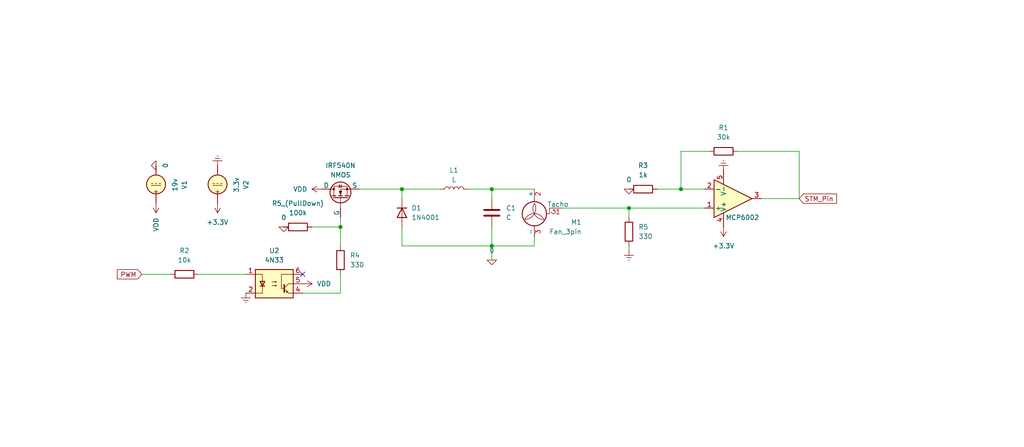
<source format=kicad_sch>
(kicad_sch (version 20230121) (generator eeschema)

  (uuid e28b1167-c93d-4753-a7ad-fdda607b3edf)

  (paper "User" 275.006 119.99)

  (lib_symbols
    (symbol "Device:C" (pin_numbers hide) (pin_names (offset 0.254)) (in_bom yes) (on_board yes)
      (property "Reference" "C" (at 0.635 2.54 0)
        (effects (font (size 1.27 1.27)) (justify left))
      )
      (property "Value" "C" (at 0.635 -2.54 0)
        (effects (font (size 1.27 1.27)) (justify left))
      )
      (property "Footprint" "" (at 0.9652 -3.81 0)
        (effects (font (size 1.27 1.27)) hide)
      )
      (property "Datasheet" "~" (at 0 0 0)
        (effects (font (size 1.27 1.27)) hide)
      )
      (property "ki_keywords" "cap capacitor" (at 0 0 0)
        (effects (font (size 1.27 1.27)) hide)
      )
      (property "ki_description" "Unpolarized capacitor" (at 0 0 0)
        (effects (font (size 1.27 1.27)) hide)
      )
      (property "ki_fp_filters" "C_*" (at 0 0 0)
        (effects (font (size 1.27 1.27)) hide)
      )
      (symbol "C_0_1"
        (polyline
          (pts
            (xy -2.032 -0.762)
            (xy 2.032 -0.762)
          )
          (stroke (width 0.508) (type default))
          (fill (type none))
        )
        (polyline
          (pts
            (xy -2.032 0.762)
            (xy 2.032 0.762)
          )
          (stroke (width 0.508) (type default))
          (fill (type none))
        )
      )
      (symbol "C_1_1"
        (pin passive line (at 0 3.81 270) (length 2.794)
          (name "~" (effects (font (size 1.27 1.27))))
          (number "1" (effects (font (size 1.27 1.27))))
        )
        (pin passive line (at 0 -3.81 90) (length 2.794)
          (name "~" (effects (font (size 1.27 1.27))))
          (number "2" (effects (font (size 1.27 1.27))))
        )
      )
    )
    (symbol "Device:L" (pin_numbers hide) (pin_names (offset 1.016) hide) (in_bom yes) (on_board yes)
      (property "Reference" "L" (at -1.27 0 90)
        (effects (font (size 1.27 1.27)))
      )
      (property "Value" "L" (at 1.905 0 90)
        (effects (font (size 1.27 1.27)))
      )
      (property "Footprint" "" (at 0 0 0)
        (effects (font (size 1.27 1.27)) hide)
      )
      (property "Datasheet" "~" (at 0 0 0)
        (effects (font (size 1.27 1.27)) hide)
      )
      (property "ki_keywords" "inductor choke coil reactor magnetic" (at 0 0 0)
        (effects (font (size 1.27 1.27)) hide)
      )
      (property "ki_description" "Inductor" (at 0 0 0)
        (effects (font (size 1.27 1.27)) hide)
      )
      (property "ki_fp_filters" "Choke_* *Coil* Inductor_* L_*" (at 0 0 0)
        (effects (font (size 1.27 1.27)) hide)
      )
      (symbol "L_0_1"
        (arc (start 0 -2.54) (mid 0.6323 -1.905) (end 0 -1.27)
          (stroke (width 0) (type default))
          (fill (type none))
        )
        (arc (start 0 -1.27) (mid 0.6323 -0.635) (end 0 0)
          (stroke (width 0) (type default))
          (fill (type none))
        )
        (arc (start 0 0) (mid 0.6323 0.635) (end 0 1.27)
          (stroke (width 0) (type default))
          (fill (type none))
        )
        (arc (start 0 1.27) (mid 0.6323 1.905) (end 0 2.54)
          (stroke (width 0) (type default))
          (fill (type none))
        )
      )
      (symbol "L_1_1"
        (pin passive line (at 0 3.81 270) (length 1.27)
          (name "1" (effects (font (size 1.27 1.27))))
          (number "1" (effects (font (size 1.27 1.27))))
        )
        (pin passive line (at 0 -3.81 90) (length 1.27)
          (name "2" (effects (font (size 1.27 1.27))))
          (number "2" (effects (font (size 1.27 1.27))))
        )
      )
    )
    (symbol "Device:R" (pin_numbers hide) (pin_names (offset 0)) (in_bom yes) (on_board yes)
      (property "Reference" "R" (at 2.032 0 90)
        (effects (font (size 1.27 1.27)))
      )
      (property "Value" "R" (at 0 0 90)
        (effects (font (size 1.27 1.27)))
      )
      (property "Footprint" "" (at -1.778 0 90)
        (effects (font (size 1.27 1.27)) hide)
      )
      (property "Datasheet" "~" (at 0 0 0)
        (effects (font (size 1.27 1.27)) hide)
      )
      (property "ki_keywords" "R res resistor" (at 0 0 0)
        (effects (font (size 1.27 1.27)) hide)
      )
      (property "ki_description" "Resistor" (at 0 0 0)
        (effects (font (size 1.27 1.27)) hide)
      )
      (property "ki_fp_filters" "R_*" (at 0 0 0)
        (effects (font (size 1.27 1.27)) hide)
      )
      (symbol "R_0_1"
        (rectangle (start -1.016 -2.54) (end 1.016 2.54)
          (stroke (width 0.254) (type default))
          (fill (type none))
        )
      )
      (symbol "R_1_1"
        (pin passive line (at 0 3.81 270) (length 1.27)
          (name "~" (effects (font (size 1.27 1.27))))
          (number "1" (effects (font (size 1.27 1.27))))
        )
        (pin passive line (at 0 -3.81 90) (length 1.27)
          (name "~" (effects (font (size 1.27 1.27))))
          (number "2" (effects (font (size 1.27 1.27))))
        )
      )
    )
    (symbol "Diode:1N4001" (pin_numbers hide) (pin_names hide) (in_bom yes) (on_board yes)
      (property "Reference" "D" (at 0 2.54 0)
        (effects (font (size 1.27 1.27)))
      )
      (property "Value" "1N4001" (at 0 -2.54 0)
        (effects (font (size 1.27 1.27)))
      )
      (property "Footprint" "Diode_THT:D_DO-41_SOD81_P10.16mm_Horizontal" (at 0 0 0)
        (effects (font (size 1.27 1.27)) hide)
      )
      (property "Datasheet" "http://www.vishay.com/docs/88503/1n4001.pdf" (at 0 0 0)
        (effects (font (size 1.27 1.27)) hide)
      )
      (property "Sim.Device" "D" (at 0 0 0)
        (effects (font (size 1.27 1.27)) hide)
      )
      (property "Sim.Pins" "1=K 2=A" (at 0 0 0)
        (effects (font (size 1.27 1.27)) hide)
      )
      (property "ki_keywords" "diode" (at 0 0 0)
        (effects (font (size 1.27 1.27)) hide)
      )
      (property "ki_description" "50V 1A General Purpose Rectifier Diode, DO-41" (at 0 0 0)
        (effects (font (size 1.27 1.27)) hide)
      )
      (property "ki_fp_filters" "D*DO?41*" (at 0 0 0)
        (effects (font (size 1.27 1.27)) hide)
      )
      (symbol "1N4001_0_1"
        (polyline
          (pts
            (xy -1.27 1.27)
            (xy -1.27 -1.27)
          )
          (stroke (width 0.254) (type default))
          (fill (type none))
        )
        (polyline
          (pts
            (xy 1.27 0)
            (xy -1.27 0)
          )
          (stroke (width 0) (type default))
          (fill (type none))
        )
        (polyline
          (pts
            (xy 1.27 1.27)
            (xy 1.27 -1.27)
            (xy -1.27 0)
            (xy 1.27 1.27)
          )
          (stroke (width 0.254) (type default))
          (fill (type none))
        )
      )
      (symbol "1N4001_1_1"
        (pin passive line (at -3.81 0 0) (length 2.54)
          (name "K" (effects (font (size 1.27 1.27))))
          (number "1" (effects (font (size 1.27 1.27))))
        )
        (pin passive line (at 3.81 0 180) (length 2.54)
          (name "A" (effects (font (size 1.27 1.27))))
          (number "2" (effects (font (size 1.27 1.27))))
        )
      )
    )
    (symbol "Isolator:4N35" (pin_names (offset 1.016)) (in_bom yes) (on_board yes)
      (property "Reference" "U" (at -5.08 5.08 0)
        (effects (font (size 1.27 1.27)) (justify left))
      )
      (property "Value" "4N35" (at 0 5.08 0)
        (effects (font (size 1.27 1.27)) (justify left))
      )
      (property "Footprint" "Package_DIP:DIP-6_W7.62mm" (at -5.08 -5.08 0)
        (effects (font (size 1.27 1.27) italic) (justify left) hide)
      )
      (property "Datasheet" "https://www.vishay.com/docs/81181/4n35.pdf" (at 0 0 0)
        (effects (font (size 1.27 1.27)) (justify left) hide)
      )
      (property "ki_keywords" "NPN DC Optocoupler Base Connected" (at 0 0 0)
        (effects (font (size 1.27 1.27)) hide)
      )
      (property "ki_description" "Optocoupler, Phototransistor Output, with Base Connection, Vce 70V, CTR 100%, Viso 5000V, DIP6" (at 0 0 0)
        (effects (font (size 1.27 1.27)) hide)
      )
      (property "ki_fp_filters" "DIP*W7.62mm*" (at 0 0 0)
        (effects (font (size 1.27 1.27)) hide)
      )
      (symbol "4N35_0_1"
        (rectangle (start -5.08 3.81) (end 5.08 -3.81)
          (stroke (width 0.254) (type default))
          (fill (type background))
        )
        (polyline
          (pts
            (xy -3.81 -0.635)
            (xy -2.54 -0.635)
          )
          (stroke (width 0.254) (type default))
          (fill (type none))
        )
        (polyline
          (pts
            (xy 2.667 -1.397)
            (xy 3.81 -2.54)
          )
          (stroke (width 0) (type default))
          (fill (type none))
        )
        (polyline
          (pts
            (xy 2.667 -1.143)
            (xy 3.81 0)
          )
          (stroke (width 0) (type default))
          (fill (type none))
        )
        (polyline
          (pts
            (xy 3.81 -2.54)
            (xy 5.08 -2.54)
          )
          (stroke (width 0) (type default))
          (fill (type none))
        )
        (polyline
          (pts
            (xy 3.81 0)
            (xy 5.08 0)
          )
          (stroke (width 0) (type default))
          (fill (type none))
        )
        (polyline
          (pts
            (xy 2.667 -0.254)
            (xy 2.667 -2.286)
            (xy 2.667 -2.286)
          )
          (stroke (width 0.3556) (type default))
          (fill (type none))
        )
        (polyline
          (pts
            (xy -5.08 -2.54)
            (xy -3.175 -2.54)
            (xy -3.175 2.54)
            (xy -5.08 2.54)
          )
          (stroke (width 0) (type default))
          (fill (type none))
        )
        (polyline
          (pts
            (xy -3.175 -0.635)
            (xy -3.81 0.635)
            (xy -2.54 0.635)
            (xy -3.175 -0.635)
          )
          (stroke (width 0.254) (type default))
          (fill (type none))
        )
        (polyline
          (pts
            (xy 3.683 -2.413)
            (xy 3.429 -1.905)
            (xy 3.175 -2.159)
            (xy 3.683 -2.413)
          )
          (stroke (width 0) (type default))
          (fill (type none))
        )
        (polyline
          (pts
            (xy 5.08 2.54)
            (xy 1.905 2.54)
            (xy 1.905 -1.27)
            (xy 2.54 -1.27)
          )
          (stroke (width 0) (type default))
          (fill (type none))
        )
        (polyline
          (pts
            (xy -0.635 -0.508)
            (xy 0.635 -0.508)
            (xy 0.254 -0.635)
            (xy 0.254 -0.381)
            (xy 0.635 -0.508)
          )
          (stroke (width 0) (type default))
          (fill (type none))
        )
        (polyline
          (pts
            (xy -0.635 0.508)
            (xy 0.635 0.508)
            (xy 0.254 0.381)
            (xy 0.254 0.635)
            (xy 0.635 0.508)
          )
          (stroke (width 0) (type default))
          (fill (type none))
        )
      )
      (symbol "4N35_1_1"
        (pin passive line (at -7.62 2.54 0) (length 2.54)
          (name "~" (effects (font (size 1.27 1.27))))
          (number "1" (effects (font (size 1.27 1.27))))
        )
        (pin passive line (at -7.62 -2.54 0) (length 2.54)
          (name "~" (effects (font (size 1.27 1.27))))
          (number "2" (effects (font (size 1.27 1.27))))
        )
        (pin no_connect line (at -5.08 0 0) (length 2.54) hide
          (name "NC" (effects (font (size 1.27 1.27))))
          (number "3" (effects (font (size 1.27 1.27))))
        )
        (pin passive line (at 7.62 -2.54 180) (length 2.54)
          (name "~" (effects (font (size 1.27 1.27))))
          (number "4" (effects (font (size 1.27 1.27))))
        )
        (pin passive line (at 7.62 0 180) (length 2.54)
          (name "~" (effects (font (size 1.27 1.27))))
          (number "5" (effects (font (size 1.27 1.27))))
        )
        (pin passive line (at 7.62 2.54 180) (length 2.54)
          (name "~" (effects (font (size 1.27 1.27))))
          (number "6" (effects (font (size 1.27 1.27))))
        )
      )
    )
    (symbol "Motor:Fan_3pin" (pin_names (offset 0)) (in_bom yes) (on_board yes)
      (property "Reference" "M" (at 2.54 2.54 0)
        (effects (font (size 1.27 1.27)) (justify left))
      )
      (property "Value" "Fan_3pin" (at 2.54 -5.08 0)
        (effects (font (size 1.27 1.27)) (justify left top))
      )
      (property "Footprint" "" (at 0 -2.286 0)
        (effects (font (size 1.27 1.27)) hide)
      )
      (property "Datasheet" "http://www.hardwarecanucks.com/forum/attachments/new-builds/16287d1330775095-help-chassis-power-fan-connectors-motherboard-asus_p8z68.jpg" (at 0 -2.286 0)
        (effects (font (size 1.27 1.27)) hide)
      )
      (property "ki_keywords" "Fan Motor tacho" (at 0 0 0)
        (effects (font (size 1.27 1.27)) hide)
      )
      (property "ki_description" "Fan, tacho output, 3-pin connector" (at 0 0 0)
        (effects (font (size 1.27 1.27)) hide)
      )
      (property "ki_fp_filters" "FanPinHeader*P2.54mm*Vertical* PinHeader*P2.54mm*Vertical* TerminalBlock*" (at 0 0 0)
        (effects (font (size 1.27 1.27)) hide)
      )
      (symbol "Fan_3pin_0_0"
        (arc (start -5.588 -1.016) (mid -5.08 -1.5218) (end -4.572 -1.016)
          (stroke (width 0) (type default))
          (fill (type none))
        )
        (arc (start -5.08 -0.508) (mid -5.4392 -0.6568) (end -5.588 -1.016)
          (stroke (width 0) (type default))
          (fill (type none))
        )
        (polyline
          (pts
            (xy -5.08 -0.508)
            (xy -5.334 -0.381)
          )
          (stroke (width 0) (type default))
          (fill (type none))
        )
        (polyline
          (pts
            (xy -5.08 -0.508)
            (xy -5.207 -0.762)
          )
          (stroke (width 0) (type default))
          (fill (type none))
        )
        (polyline
          (pts
            (xy -4.064 0)
            (xy -4.064 -1.524)
            (xy -3.302 -1.524)
          )
          (stroke (width 0) (type default))
          (fill (type none))
        )
      )
      (symbol "Fan_3pin_0_1"
        (arc (start -2.54 -3.048) (mid 0.0028 -1.6279) (end 0 1.27)
          (stroke (width 0) (type default))
          (fill (type none))
        )
        (circle (center 0 -1.524) (radius 3.2512)
          (stroke (width 0.254) (type default))
          (fill (type none))
        )
        (polyline
          (pts
            (xy -4.064 0)
            (xy -5.08 0)
          )
          (stroke (width 0) (type default))
          (fill (type none))
        )
        (polyline
          (pts
            (xy 0 -7.62)
            (xy 0 -7.112)
          )
          (stroke (width 0) (type default))
          (fill (type none))
        )
        (polyline
          (pts
            (xy 0 -4.7752)
            (xy 0 -5.1816)
          )
          (stroke (width 0) (type default))
          (fill (type none))
        )
        (polyline
          (pts
            (xy 0 1.7272)
            (xy 0 2.0828)
          )
          (stroke (width 0) (type default))
          (fill (type none))
        )
        (polyline
          (pts
            (xy 0 2.032)
            (xy 0 2.54)
          )
          (stroke (width 0) (type default))
          (fill (type none))
        )
        (arc (start 0 1.27) (mid 0.053 -1.619) (end 2.54 -3.048)
          (stroke (width 0) (type default))
          (fill (type none))
        )
        (arc (start 2.54 -3.048) (mid 0 -1.4782) (end -2.54 -3.048)
          (stroke (width 0) (type default))
          (fill (type none))
        )
      )
      (symbol "Fan_3pin_1_1"
        (pin passive line (at -7.62 0 0) (length 2.54)
          (name "Tacho" (effects (font (size 1.27 1.27))))
          (number "1" (effects (font (size 1.27 1.27))))
        )
        (pin passive line (at 0 5.08 270) (length 2.54)
          (name "+" (effects (font (size 1.27 1.27))))
          (number "2" (effects (font (size 1.27 1.27))))
        )
        (pin passive line (at 0 -7.62 90) (length 2.54)
          (name "-" (effects (font (size 1.27 1.27))))
          (number "3" (effects (font (size 1.27 1.27))))
        )
      )
    )
    (symbol "Simulation_SPICE:0" (power) (pin_names (offset 0)) (in_bom yes) (on_board yes)
      (property "Reference" "#GND" (at 0 -2.54 0)
        (effects (font (size 1.27 1.27)) hide)
      )
      (property "Value" "0" (at 0 -1.778 0)
        (effects (font (size 1.27 1.27)))
      )
      (property "Footprint" "" (at 0 0 0)
        (effects (font (size 1.27 1.27)) hide)
      )
      (property "Datasheet" "~" (at 0 0 0)
        (effects (font (size 1.27 1.27)) hide)
      )
      (property "ki_keywords" "simulation" (at 0 0 0)
        (effects (font (size 1.27 1.27)) hide)
      )
      (property "ki_description" "0V reference potential for simulation" (at 0 0 0)
        (effects (font (size 1.27 1.27)) hide)
      )
      (symbol "0_0_1"
        (polyline
          (pts
            (xy -1.27 0)
            (xy 0 -1.27)
            (xy 1.27 0)
            (xy -1.27 0)
          )
          (stroke (width 0) (type default))
          (fill (type none))
        )
      )
      (symbol "0_1_1"
        (pin power_in line (at 0 0 0) (length 0) hide
          (name "0" (effects (font (size 1.016 1.016))))
          (number "1" (effects (font (size 1.016 1.016))))
        )
      )
    )
    (symbol "Simulation_SPICE:NMOS" (pin_numbers hide) (pin_names (offset 0)) (in_bom yes) (on_board yes)
      (property "Reference" "Q" (at 5.08 1.27 0)
        (effects (font (size 1.27 1.27)) (justify left))
      )
      (property "Value" "NMOS" (at 5.08 -1.27 0)
        (effects (font (size 1.27 1.27)) (justify left))
      )
      (property "Footprint" "" (at 5.08 2.54 0)
        (effects (font (size 1.27 1.27)) hide)
      )
      (property "Datasheet" "https://ngspice.sourceforge.io/docs/ngspice-manual.pdf" (at 0 -12.7 0)
        (effects (font (size 1.27 1.27)) hide)
      )
      (property "Sim.Device" "NMOS" (at 0 -17.145 0)
        (effects (font (size 1.27 1.27)) hide)
      )
      (property "Sim.Type" "VDMOS" (at 0 -19.05 0)
        (effects (font (size 1.27 1.27)) hide)
      )
      (property "Sim.Pins" "1=D 2=G 3=S" (at 0 -15.24 0)
        (effects (font (size 1.27 1.27)) hide)
      )
      (property "ki_keywords" "transistor NMOS N-MOS N-MOSFET simulation" (at 0 0 0)
        (effects (font (size 1.27 1.27)) hide)
      )
      (property "ki_description" "N-MOSFET transistor, drain/source/gate" (at 0 0 0)
        (effects (font (size 1.27 1.27)) hide)
      )
      (symbol "NMOS_0_1"
        (polyline
          (pts
            (xy 0.254 0)
            (xy -2.54 0)
          )
          (stroke (width 0) (type default))
          (fill (type none))
        )
        (polyline
          (pts
            (xy 0.254 1.905)
            (xy 0.254 -1.905)
          )
          (stroke (width 0.254) (type default))
          (fill (type none))
        )
        (polyline
          (pts
            (xy 0.762 -1.27)
            (xy 0.762 -2.286)
          )
          (stroke (width 0.254) (type default))
          (fill (type none))
        )
        (polyline
          (pts
            (xy 0.762 0.508)
            (xy 0.762 -0.508)
          )
          (stroke (width 0.254) (type default))
          (fill (type none))
        )
        (polyline
          (pts
            (xy 0.762 2.286)
            (xy 0.762 1.27)
          )
          (stroke (width 0.254) (type default))
          (fill (type none))
        )
        (polyline
          (pts
            (xy 2.54 2.54)
            (xy 2.54 1.778)
          )
          (stroke (width 0) (type default))
          (fill (type none))
        )
        (polyline
          (pts
            (xy 2.54 -2.54)
            (xy 2.54 0)
            (xy 0.762 0)
          )
          (stroke (width 0) (type default))
          (fill (type none))
        )
        (polyline
          (pts
            (xy 0.762 -1.778)
            (xy 3.302 -1.778)
            (xy 3.302 1.778)
            (xy 0.762 1.778)
          )
          (stroke (width 0) (type default))
          (fill (type none))
        )
        (polyline
          (pts
            (xy 1.016 0)
            (xy 2.032 0.381)
            (xy 2.032 -0.381)
            (xy 1.016 0)
          )
          (stroke (width 0) (type default))
          (fill (type outline))
        )
        (polyline
          (pts
            (xy 2.794 0.508)
            (xy 2.921 0.381)
            (xy 3.683 0.381)
            (xy 3.81 0.254)
          )
          (stroke (width 0) (type default))
          (fill (type none))
        )
        (polyline
          (pts
            (xy 3.302 0.381)
            (xy 2.921 -0.254)
            (xy 3.683 -0.254)
            (xy 3.302 0.381)
          )
          (stroke (width 0) (type default))
          (fill (type none))
        )
        (circle (center 1.651 0) (radius 2.794)
          (stroke (width 0.254) (type default))
          (fill (type none))
        )
        (circle (center 2.54 -1.778) (radius 0.254)
          (stroke (width 0) (type default))
          (fill (type outline))
        )
        (circle (center 2.54 1.778) (radius 0.254)
          (stroke (width 0) (type default))
          (fill (type outline))
        )
      )
      (symbol "NMOS_1_1"
        (pin passive line (at 2.54 5.08 270) (length 2.54)
          (name "D" (effects (font (size 1.27 1.27))))
          (number "1" (effects (font (size 1.27 1.27))))
        )
        (pin input line (at -5.08 0 0) (length 2.54)
          (name "G" (effects (font (size 1.27 1.27))))
          (number "2" (effects (font (size 1.27 1.27))))
        )
        (pin passive line (at 2.54 -5.08 90) (length 2.54)
          (name "S" (effects (font (size 1.27 1.27))))
          (number "3" (effects (font (size 1.27 1.27))))
        )
      )
    )
    (symbol "Simulation_SPICE:OPAMP" (pin_names (offset 0.254)) (in_bom yes) (on_board yes)
      (property "Reference" "U" (at 3.81 3.175 0)
        (effects (font (size 1.27 1.27)) (justify left))
      )
      (property "Value" "${SIM.PARAMS}" (at 3.81 -3.175 0)
        (effects (font (size 1.27 1.27)) (justify left))
      )
      (property "Footprint" "" (at 0 0 0)
        (effects (font (size 1.27 1.27)) hide)
      )
      (property "Datasheet" "~" (at 0 0 0)
        (effects (font (size 1.27 1.27)) hide)
      )
      (property "Sim.Pins" "1=1 2=2 3=3 4=4 5=5" (at 0 0 0)
        (effects (font (size 1.27 1.27)) hide)
      )
      (property "Sim.Device" "SPICE" (at 0 0 0)
        (effects (font (size 1.27 1.27)) (justify left) hide)
      )
      (property "Sim.Params" "type=\"X\" model=\"OPAMP\" lib=\"\"" (at 0 0 0)
        (effects (font (size 1.27 1.27)) hide)
      )
      (property "ki_keywords" "simulation" (at 0 0 0)
        (effects (font (size 1.27 1.27)) hide)
      )
      (property "ki_description" "Operational amplifier, single, node sequence=1:+ 2:- 3:OUT 4:V+ 5:V-" (at 0 0 0)
        (effects (font (size 1.27 1.27)) hide)
      )
      (symbol "OPAMP_0_1"
        (polyline
          (pts
            (xy 5.08 0)
            (xy -5.08 5.08)
            (xy -5.08 -5.08)
            (xy 5.08 0)
          )
          (stroke (width 0.254) (type default))
          (fill (type background))
        )
      )
      (symbol "OPAMP_1_1"
        (pin input line (at -7.62 2.54 0) (length 2.54)
          (name "+" (effects (font (size 1.27 1.27))))
          (number "1" (effects (font (size 1.27 1.27))))
        )
        (pin input line (at -7.62 -2.54 0) (length 2.54)
          (name "-" (effects (font (size 1.27 1.27))))
          (number "2" (effects (font (size 1.27 1.27))))
        )
        (pin output line (at 7.62 0 180) (length 2.54)
          (name "~" (effects (font (size 1.27 1.27))))
          (number "3" (effects (font (size 1.27 1.27))))
        )
        (pin power_in line (at -2.54 7.62 270) (length 3.81)
          (name "V+" (effects (font (size 1.27 1.27))))
          (number "4" (effects (font (size 1.27 1.27))))
        )
        (pin power_in line (at -2.54 -7.62 90) (length 3.81)
          (name "V-" (effects (font (size 1.27 1.27))))
          (number "5" (effects (font (size 1.27 1.27))))
        )
      )
    )
    (symbol "Simulation_SPICE:VDC" (pin_numbers hide) (pin_names (offset 0.0254)) (in_bom yes) (on_board yes)
      (property "Reference" "V" (at 2.54 2.54 0)
        (effects (font (size 1.27 1.27)) (justify left))
      )
      (property "Value" "1" (at 2.54 0 0)
        (effects (font (size 1.27 1.27)) (justify left))
      )
      (property "Footprint" "" (at 0 0 0)
        (effects (font (size 1.27 1.27)) hide)
      )
      (property "Datasheet" "~" (at 0 0 0)
        (effects (font (size 1.27 1.27)) hide)
      )
      (property "Sim.Pins" "1=+ 2=-" (at 0 0 0)
        (effects (font (size 1.27 1.27)) hide)
      )
      (property "Sim.Type" "DC" (at 0 0 0)
        (effects (font (size 1.27 1.27)) hide)
      )
      (property "Sim.Device" "V" (at 0 0 0)
        (effects (font (size 1.27 1.27)) (justify left) hide)
      )
      (property "ki_keywords" "simulation" (at 0 0 0)
        (effects (font (size 1.27 1.27)) hide)
      )
      (property "ki_description" "Voltage source, DC" (at 0 0 0)
        (effects (font (size 1.27 1.27)) hide)
      )
      (symbol "VDC_0_0"
        (polyline
          (pts
            (xy -1.27 0.254)
            (xy 1.27 0.254)
          )
          (stroke (width 0) (type default))
          (fill (type none))
        )
        (polyline
          (pts
            (xy -0.762 -0.254)
            (xy -1.27 -0.254)
          )
          (stroke (width 0) (type default))
          (fill (type none))
        )
        (polyline
          (pts
            (xy 0.254 -0.254)
            (xy -0.254 -0.254)
          )
          (stroke (width 0) (type default))
          (fill (type none))
        )
        (polyline
          (pts
            (xy 1.27 -0.254)
            (xy 0.762 -0.254)
          )
          (stroke (width 0) (type default))
          (fill (type none))
        )
        (text "+" (at 0 1.905 0)
          (effects (font (size 1.27 1.27)))
        )
      )
      (symbol "VDC_0_1"
        (circle (center 0 0) (radius 2.54)
          (stroke (width 0.254) (type default))
          (fill (type background))
        )
      )
      (symbol "VDC_1_1"
        (pin passive line (at 0 5.08 270) (length 2.54)
          (name "~" (effects (font (size 1.27 1.27))))
          (number "1" (effects (font (size 1.27 1.27))))
        )
        (pin passive line (at 0 -5.08 90) (length 2.54)
          (name "~" (effects (font (size 1.27 1.27))))
          (number "2" (effects (font (size 1.27 1.27))))
        )
      )
    )
    (symbol "power:+3.3V" (power) (pin_names (offset 0)) (in_bom yes) (on_board yes)
      (property "Reference" "#PWR" (at 0 -3.81 0)
        (effects (font (size 1.27 1.27)) hide)
      )
      (property "Value" "+3.3V" (at 0 3.556 0)
        (effects (font (size 1.27 1.27)))
      )
      (property "Footprint" "" (at 0 0 0)
        (effects (font (size 1.27 1.27)) hide)
      )
      (property "Datasheet" "" (at 0 0 0)
        (effects (font (size 1.27 1.27)) hide)
      )
      (property "ki_keywords" "global power" (at 0 0 0)
        (effects (font (size 1.27 1.27)) hide)
      )
      (property "ki_description" "Power symbol creates a global label with name \"+3.3V\"" (at 0 0 0)
        (effects (font (size 1.27 1.27)) hide)
      )
      (symbol "+3.3V_0_1"
        (polyline
          (pts
            (xy -0.762 1.27)
            (xy 0 2.54)
          )
          (stroke (width 0) (type default))
          (fill (type none))
        )
        (polyline
          (pts
            (xy 0 0)
            (xy 0 2.54)
          )
          (stroke (width 0) (type default))
          (fill (type none))
        )
        (polyline
          (pts
            (xy 0 2.54)
            (xy 0.762 1.27)
          )
          (stroke (width 0) (type default))
          (fill (type none))
        )
      )
      (symbol "+3.3V_1_1"
        (pin power_in line (at 0 0 90) (length 0) hide
          (name "+3.3V" (effects (font (size 1.27 1.27))))
          (number "1" (effects (font (size 1.27 1.27))))
        )
      )
    )
    (symbol "power:Earth" (power) (pin_names (offset 0)) (in_bom yes) (on_board yes)
      (property "Reference" "#PWR" (at 0 -6.35 0)
        (effects (font (size 1.27 1.27)) hide)
      )
      (property "Value" "Earth" (at 0 -3.81 0)
        (effects (font (size 1.27 1.27)) hide)
      )
      (property "Footprint" "" (at 0 0 0)
        (effects (font (size 1.27 1.27)) hide)
      )
      (property "Datasheet" "~" (at 0 0 0)
        (effects (font (size 1.27 1.27)) hide)
      )
      (property "ki_keywords" "global ground gnd" (at 0 0 0)
        (effects (font (size 1.27 1.27)) hide)
      )
      (property "ki_description" "Power symbol creates a global label with name \"Earth\"" (at 0 0 0)
        (effects (font (size 1.27 1.27)) hide)
      )
      (symbol "Earth_0_1"
        (polyline
          (pts
            (xy -0.635 -1.905)
            (xy 0.635 -1.905)
          )
          (stroke (width 0) (type default))
          (fill (type none))
        )
        (polyline
          (pts
            (xy -0.127 -2.54)
            (xy 0.127 -2.54)
          )
          (stroke (width 0) (type default))
          (fill (type none))
        )
        (polyline
          (pts
            (xy 0 -1.27)
            (xy 0 0)
          )
          (stroke (width 0) (type default))
          (fill (type none))
        )
        (polyline
          (pts
            (xy 1.27 -1.27)
            (xy -1.27 -1.27)
          )
          (stroke (width 0) (type default))
          (fill (type none))
        )
      )
      (symbol "Earth_1_1"
        (pin power_in line (at 0 0 270) (length 0) hide
          (name "Earth" (effects (font (size 1.27 1.27))))
          (number "1" (effects (font (size 1.27 1.27))))
        )
      )
    )
    (symbol "power:VDD" (power) (pin_names (offset 0)) (in_bom yes) (on_board yes)
      (property "Reference" "#PWR" (at 0 -3.81 0)
        (effects (font (size 1.27 1.27)) hide)
      )
      (property "Value" "VDD" (at 0 3.81 0)
        (effects (font (size 1.27 1.27)))
      )
      (property "Footprint" "" (at 0 0 0)
        (effects (font (size 1.27 1.27)) hide)
      )
      (property "Datasheet" "" (at 0 0 0)
        (effects (font (size 1.27 1.27)) hide)
      )
      (property "ki_keywords" "global power" (at 0 0 0)
        (effects (font (size 1.27 1.27)) hide)
      )
      (property "ki_description" "Power symbol creates a global label with name \"VDD\"" (at 0 0 0)
        (effects (font (size 1.27 1.27)) hide)
      )
      (symbol "VDD_0_1"
        (polyline
          (pts
            (xy -0.762 1.27)
            (xy 0 2.54)
          )
          (stroke (width 0) (type default))
          (fill (type none))
        )
        (polyline
          (pts
            (xy 0 0)
            (xy 0 2.54)
          )
          (stroke (width 0) (type default))
          (fill (type none))
        )
        (polyline
          (pts
            (xy 0 2.54)
            (xy 0.762 1.27)
          )
          (stroke (width 0) (type default))
          (fill (type none))
        )
      )
      (symbol "VDD_1_1"
        (pin power_in line (at 0 0 90) (length 0) hide
          (name "VDD" (effects (font (size 1.27 1.27))))
          (number "1" (effects (font (size 1.27 1.27))))
        )
      )
    )
  )

  (junction (at 132.08 50.8) (diameter 0) (color 0 0 0 0)
    (uuid 3c7baac4-1231-4b1d-a498-45b49bee87ac)
  )
  (junction (at 132.08 66.04) (diameter 0) (color 0 0 0 0)
    (uuid 52a7939d-30d1-4e50-9762-8d433c589fdb)
  )
  (junction (at 91.44 60.96) (diameter 0) (color 0 0 0 0)
    (uuid 5c29ebfb-ae33-40e8-9d6f-464b3b112bff)
  )
  (junction (at 168.91 55.88) (diameter 0) (color 0 0 0 0)
    (uuid 64a3ac24-cb9c-41f0-8ef0-788e5c1a8a3d)
  )
  (junction (at 107.95 50.8) (diameter 0) (color 0 0 0 0)
    (uuid b11fb575-ac73-419a-a3c9-35280e47cd22)
  )
  (junction (at 182.88 50.8) (diameter 0) (color 0 0 0 0)
    (uuid d1eb1d0e-9706-4847-85d2-3728d98c3201)
  )

  (no_connect (at 81.28 73.66) (uuid 6581c14a-54e2-458e-8b9d-5cdc4a4c027d))

  (wire (pts (xy 132.08 69.85) (xy 132.08 66.04))
    (stroke (width 0) (type default))
    (uuid 042449b8-1ed8-403b-8cbd-72096b08f8e1)
  )
  (wire (pts (xy 132.08 50.8) (xy 143.51 50.8))
    (stroke (width 0) (type default))
    (uuid 0a6eb475-f35c-4368-9565-02e7f52af6db)
  )
  (wire (pts (xy 198.12 40.64) (xy 214.63 40.64))
    (stroke (width 0) (type default))
    (uuid 1894811d-26c7-44f7-91d5-11bc362fc9fb)
  )
  (wire (pts (xy 182.88 40.64) (xy 182.88 50.8))
    (stroke (width 0) (type default))
    (uuid 266850db-8949-4c99-8193-d3e9e935daea)
  )
  (wire (pts (xy 96.52 50.8) (xy 107.95 50.8))
    (stroke (width 0) (type default))
    (uuid 283dbb77-a605-4520-a113-1d0fc5bf04f9)
  )
  (wire (pts (xy 83.82 60.96) (xy 91.44 60.96))
    (stroke (width 0) (type default))
    (uuid 28cacfc9-7b81-4262-ba7e-2d102dd29199)
  )
  (wire (pts (xy 91.44 58.42) (xy 91.44 60.96))
    (stroke (width 0) (type default))
    (uuid 31051c24-e849-463e-ab40-211d2aa0d64d)
  )
  (wire (pts (xy 107.95 66.04) (xy 107.95 60.96))
    (stroke (width 0) (type default))
    (uuid 397b5ed4-e97b-4180-a79b-6aa8548ca243)
  )
  (wire (pts (xy 125.73 50.8) (xy 132.08 50.8))
    (stroke (width 0) (type default))
    (uuid 3dc924a7-4818-4f39-9727-a7efe920070d)
  )
  (wire (pts (xy 151.13 55.88) (xy 168.91 55.88))
    (stroke (width 0) (type default))
    (uuid 464c751a-44b3-47bb-a6ad-51c1ecfa5175)
  )
  (wire (pts (xy 143.51 66.04) (xy 132.08 66.04))
    (stroke (width 0) (type default))
    (uuid 5233bde3-59dc-4553-8576-d31875a4f419)
  )
  (wire (pts (xy 204.47 53.34) (xy 214.63 53.34))
    (stroke (width 0) (type default))
    (uuid 75967021-e99d-4286-8c67-fe8645ba5550)
  )
  (wire (pts (xy 143.51 63.5) (xy 143.51 66.04))
    (stroke (width 0) (type default))
    (uuid 7d745c56-38fd-4717-96b3-2d3a8755a767)
  )
  (wire (pts (xy 38.1 73.66) (xy 45.72 73.66))
    (stroke (width 0) (type default))
    (uuid 86734e68-f5cb-4191-ac55-6e6012e2fdd6)
  )
  (wire (pts (xy 132.08 60.96) (xy 132.08 66.04))
    (stroke (width 0) (type default))
    (uuid 86e55f88-dc32-4d7f-ace3-00fa3f20c9d6)
  )
  (wire (pts (xy 168.91 58.42) (xy 168.91 55.88))
    (stroke (width 0) (type default))
    (uuid 88f1a98d-3e33-439b-8d2b-6fe2652cebbb)
  )
  (wire (pts (xy 132.08 66.04) (xy 107.95 66.04))
    (stroke (width 0) (type default))
    (uuid 8e30ee15-bd16-4fc6-ac1f-628da6e095f9)
  )
  (wire (pts (xy 132.08 50.8) (xy 132.08 53.34))
    (stroke (width 0) (type default))
    (uuid 907af146-fefc-44fa-bbee-333e5b7a347b)
  )
  (wire (pts (xy 168.91 67.31) (xy 168.91 66.04))
    (stroke (width 0) (type default))
    (uuid 93cd8ad1-ece7-4168-aeb5-798e682304d8)
  )
  (wire (pts (xy 53.34 73.66) (xy 66.04 73.66))
    (stroke (width 0) (type default))
    (uuid 950f0afd-9e29-42c4-bdcd-25d1880c7dd5)
  )
  (wire (pts (xy 91.44 60.96) (xy 91.44 66.04))
    (stroke (width 0) (type default))
    (uuid 9feb3ce2-f934-4f39-aabd-3ee328791b65)
  )
  (wire (pts (xy 91.44 78.74) (xy 91.44 73.66))
    (stroke (width 0) (type default))
    (uuid a04a9dba-5ad0-4955-9593-127bc7646372)
  )
  (wire (pts (xy 81.28 78.74) (xy 91.44 78.74))
    (stroke (width 0) (type default))
    (uuid a16edce6-8dba-4424-b486-ecaa0d48c402)
  )
  (wire (pts (xy 182.88 50.8) (xy 189.23 50.8))
    (stroke (width 0) (type default))
    (uuid b0309563-dbdf-467b-bfdd-a68d7674f2e6)
  )
  (wire (pts (xy 190.5 40.64) (xy 182.88 40.64))
    (stroke (width 0) (type default))
    (uuid bb568251-78fc-4616-bb78-98de99e5c814)
  )
  (wire (pts (xy 168.91 55.88) (xy 189.23 55.88))
    (stroke (width 0) (type default))
    (uuid e33dc4a0-0e80-4715-8646-9e406a0eeb69)
  )
  (wire (pts (xy 214.63 40.64) (xy 214.63 53.34))
    (stroke (width 0) (type default))
    (uuid e37da16e-474f-410d-8915-7ce7e8c8829d)
  )
  (wire (pts (xy 107.95 50.8) (xy 118.11 50.8))
    (stroke (width 0) (type default))
    (uuid e4a762d1-1730-4fdd-a2e1-5ad7e15afaeb)
  )
  (wire (pts (xy 107.95 50.8) (xy 107.95 53.34))
    (stroke (width 0) (type default))
    (uuid e5d82cb1-0ec7-4204-b0ef-d61477dfc43c)
  )
  (wire (pts (xy 176.53 50.8) (xy 182.88 50.8))
    (stroke (width 0) (type default))
    (uuid ffd3c379-99c0-41f8-b713-63ed405fd69c)
  )

  (global_label "PWM" (shape input) (at 38.1 73.66 180) (fields_autoplaced)
    (effects (font (size 1.27 1.27)) (justify right))
    (uuid 65faa7a2-26f9-489a-91e0-0ce14bc22fb4)
    (property "Intersheetrefs" "${INTERSHEET_REFS}" (at 30.942 73.66 0)
      (effects (font (size 1.27 1.27)) (justify right) hide)
    )
  )
  (global_label "STM_Pin" (shape input) (at 214.63 53.34 0) (fields_autoplaced)
    (effects (font (size 1.27 1.27)) (justify left))
    (uuid e6ef1730-7bdb-4e08-b79a-34810a9979c4)
    (property "Intersheetrefs" "${INTERSHEET_REFS}" (at 225.2351 53.34 0)
      (effects (font (size 1.27 1.27)) (justify left) hide)
    )
  )

  (symbol (lib_id "Device:R") (at 49.53 73.66 90) (unit 1)
    (in_bom yes) (on_board yes) (dnp no) (fields_autoplaced)
    (uuid 01743b03-ba5c-443c-9e60-20cdb6746690)
    (property "Reference" "R2" (at 49.53 67.31 90)
      (effects (font (size 1.27 1.27)))
    )
    (property "Value" "10k" (at 49.53 69.85 90)
      (effects (font (size 1.27 1.27)))
    )
    (property "Footprint" "" (at 49.53 75.438 90)
      (effects (font (size 1.27 1.27)) hide)
    )
    (property "Datasheet" "~" (at 49.53 73.66 0)
      (effects (font (size 1.27 1.27)) hide)
    )
    (pin "1" (uuid 00e4bc20-bace-4712-8c0f-ea0a00631134))
    (pin "2" (uuid 363f0fb8-af21-440a-99b7-48e7c5d685ab))
    (instances
      (project "_Teste_Model"
        (path "/e28b1167-c93d-4753-a7ad-fdda607b3edf"
          (reference "R2") (unit 1)
        )
      )
    )
  )

  (symbol (lib_id "Simulation_SPICE:0") (at 76.2 60.96 0) (unit 1)
    (in_bom yes) (on_board yes) (dnp no) (fields_autoplaced)
    (uuid 04dc4698-844b-4463-986d-4529b52c169c)
    (property "Reference" "#GND05" (at 76.2 63.5 0)
      (effects (font (size 1.27 1.27)) hide)
    )
    (property "Value" "0" (at 76.2 58.42 0)
      (effects (font (size 1.27 1.27)))
    )
    (property "Footprint" "" (at 76.2 60.96 0)
      (effects (font (size 1.27 1.27)) hide)
    )
    (property "Datasheet" "~" (at 76.2 60.96 0)
      (effects (font (size 1.27 1.27)) hide)
    )
    (pin "1" (uuid e111a215-29bb-45ab-b273-6542112860a8))
    (instances
      (project "_Teste_Model"
        (path "/e28b1167-c93d-4753-a7ad-fdda607b3edf"
          (reference "#GND05") (unit 1)
        )
      )
    )
  )

  (symbol (lib_id "Device:R") (at 80.01 60.96 270) (unit 1)
    (in_bom yes) (on_board yes) (dnp no) (fields_autoplaced)
    (uuid 23830fac-ba1e-4479-bdc0-1c29a37071d3)
    (property "Reference" "R5_(PullDown)" (at 80.01 54.61 90)
      (effects (font (size 1.27 1.27)))
    )
    (property "Value" "100k" (at 80.01 57.15 90)
      (effects (font (size 1.27 1.27)))
    )
    (property "Footprint" "" (at 80.01 59.182 90)
      (effects (font (size 1.27 1.27)) hide)
    )
    (property "Datasheet" "~" (at 80.01 60.96 0)
      (effects (font (size 1.27 1.27)) hide)
    )
    (pin "1" (uuid 5904d8e0-bd47-40bb-b05b-53dc370e3325))
    (pin "2" (uuid 99ac3bff-4949-44f1-bb95-155eeb081263))
    (instances
      (project "_Teste_Model"
        (path "/e28b1167-c93d-4753-a7ad-fdda607b3edf"
          (reference "R5_(PullDown)") (unit 1)
        )
      )
    )
  )

  (symbol (lib_id "Simulation_SPICE:0") (at 132.08 69.85 0) (mirror y) (unit 1)
    (in_bom yes) (on_board yes) (dnp no) (fields_autoplaced)
    (uuid 3e628ba5-f92d-4eb9-9111-6bdd25b0ad69)
    (property "Reference" "#GND07" (at 132.08 72.39 0)
      (effects (font (size 1.27 1.27)) hide)
    )
    (property "Value" "0" (at 132.08 67.31 0)
      (effects (font (size 1.27 1.27)))
    )
    (property "Footprint" "" (at 132.08 69.85 0)
      (effects (font (size 1.27 1.27)) hide)
    )
    (property "Datasheet" "~" (at 132.08 69.85 0)
      (effects (font (size 1.27 1.27)) hide)
    )
    (pin "1" (uuid d70549bb-2142-42ab-a23e-647da41442d5))
    (instances
      (project "_Teste_Model"
        (path "/e28b1167-c93d-4753-a7ad-fdda607b3edf"
          (reference "#GND07") (unit 1)
        )
      )
    )
  )

  (symbol (lib_id "Device:R") (at 91.44 69.85 180) (unit 1)
    (in_bom yes) (on_board yes) (dnp no) (fields_autoplaced)
    (uuid 46e1f318-3266-401d-bce6-1078eb1b1467)
    (property "Reference" "R4" (at 93.98 68.58 0)
      (effects (font (size 1.27 1.27)) (justify right))
    )
    (property "Value" "330" (at 93.98 71.12 0)
      (effects (font (size 1.27 1.27)) (justify right))
    )
    (property "Footprint" "" (at 93.218 69.85 90)
      (effects (font (size 1.27 1.27)) hide)
    )
    (property "Datasheet" "~" (at 91.44 69.85 0)
      (effects (font (size 1.27 1.27)) hide)
    )
    (pin "1" (uuid 7257266b-908a-4d74-9f4b-a657208a5d19))
    (pin "2" (uuid 6db81204-6db7-4fe4-81ab-19b5b4d8cc28))
    (instances
      (project "_Teste_Model"
        (path "/e28b1167-c93d-4753-a7ad-fdda607b3edf"
          (reference "R4") (unit 1)
        )
      )
    )
  )

  (symbol (lib_id "power:VDD") (at 81.28 76.2 270) (unit 1)
    (in_bom yes) (on_board yes) (dnp no) (fields_autoplaced)
    (uuid 49888fd2-b2b7-42a8-af77-8e5b83a70b32)
    (property "Reference" "#PWR01" (at 77.47 76.2 0)
      (effects (font (size 1.27 1.27)) hide)
    )
    (property "Value" "VDD" (at 85.09 76.2 90)
      (effects (font (size 1.27 1.27)) (justify left))
    )
    (property "Footprint" "" (at 81.28 76.2 0)
      (effects (font (size 1.27 1.27)) hide)
    )
    (property "Datasheet" "" (at 81.28 76.2 0)
      (effects (font (size 1.27 1.27)) hide)
    )
    (pin "1" (uuid d03857d9-489e-4a7b-952a-58efa293fa14))
    (instances
      (project "_Teste_Model"
        (path "/e28b1167-c93d-4753-a7ad-fdda607b3edf"
          (reference "#PWR01") (unit 1)
        )
      )
    )
  )

  (symbol (lib_id "power:+3.3V") (at 58.42 54.61 180) (unit 1)
    (in_bom yes) (on_board yes) (dnp no) (fields_autoplaced)
    (uuid 5dc7e0cd-ae78-4159-bc4b-02c5c57266bf)
    (property "Reference" "#PWR07" (at 58.42 50.8 0)
      (effects (font (size 1.27 1.27)) hide)
    )
    (property "Value" "+3.3V" (at 58.42 59.69 0)
      (effects (font (size 1.27 1.27)))
    )
    (property "Footprint" "" (at 58.42 54.61 0)
      (effects (font (size 1.27 1.27)) hide)
    )
    (property "Datasheet" "" (at 58.42 54.61 0)
      (effects (font (size 1.27 1.27)) hide)
    )
    (pin "1" (uuid 5a37fdcb-562b-486f-95ad-fee866fc9e71))
    (instances
      (project "_Teste_Model"
        (path "/e28b1167-c93d-4753-a7ad-fdda607b3edf"
          (reference "#PWR07") (unit 1)
        )
      )
    )
  )

  (symbol (lib_id "Device:L") (at 121.92 50.8 90) (unit 1)
    (in_bom yes) (on_board yes) (dnp no) (fields_autoplaced)
    (uuid 5ddbed2c-2e26-40cd-8b08-81222daa5861)
    (property "Reference" "L1" (at 121.92 45.72 90)
      (effects (font (size 1.27 1.27)))
    )
    (property "Value" "L" (at 121.92 48.26 90)
      (effects (font (size 1.27 1.27)))
    )
    (property "Footprint" "" (at 121.92 50.8 0)
      (effects (font (size 1.27 1.27)) hide)
    )
    (property "Datasheet" "~" (at 121.92 50.8 0)
      (effects (font (size 1.27 1.27)) hide)
    )
    (pin "1" (uuid 1c738a1b-84a1-44c7-8fa1-f9186beee960))
    (pin "2" (uuid b7664254-4b33-48c9-b6f9-6003a846b10a))
    (instances
      (project "_Teste_Model"
        (path "/e28b1167-c93d-4753-a7ad-fdda607b3edf"
          (reference "L1") (unit 1)
        )
      )
    )
  )

  (symbol (lib_id "Simulation_SPICE:0") (at 41.91 44.45 270) (unit 1)
    (in_bom yes) (on_board yes) (dnp no) (fields_autoplaced)
    (uuid 6137755d-e953-46e3-8655-9969a92ebe69)
    (property "Reference" "#GND04" (at 39.37 44.45 0)
      (effects (font (size 1.27 1.27)) hide)
    )
    (property "Value" "0" (at 44.45 44.45 0)
      (effects (font (size 1.27 1.27)))
    )
    (property "Footprint" "" (at 41.91 44.45 0)
      (effects (font (size 1.27 1.27)) hide)
    )
    (property "Datasheet" "~" (at 41.91 44.45 0)
      (effects (font (size 1.27 1.27)) hide)
    )
    (pin "1" (uuid f42db187-bf35-48a5-8635-71f0ce99d726))
    (instances
      (project "_Teste_Model"
        (path "/e28b1167-c93d-4753-a7ad-fdda607b3edf"
          (reference "#GND04") (unit 1)
        )
      )
    )
  )

  (symbol (lib_id "Simulation_SPICE:OPAMP") (at 196.85 53.34 0) (mirror x) (unit 1)
    (in_bom yes) (on_board yes) (dnp no)
    (uuid 6f755943-080f-4cfa-9610-1bc091af33a9)
    (property "Reference" "MCP6002" (at 199.39 58.42 0)
      (effects (font (size 1.27 1.27)))
    )
    (property "Value" "${SIM.PARAMS}" (at 219.71 54.9909 0)
      (effects (font (size 1.27 1.27)) hide)
    )
    (property "Footprint" "" (at 196.85 53.34 0)
      (effects (font (size 1.27 1.27)) hide)
    )
    (property "Datasheet" "~" (at 196.85 53.34 0)
      (effects (font (size 1.27 1.27)) hide)
    )
    (property "Sim.Pins" "1=1 2=2 3=3 4=4 5=5" (at 196.85 53.34 0)
      (effects (font (size 1.27 1.27)) hide)
    )
    (property "Sim.Device" "SPICE" (at 196.85 53.34 0)
      (effects (font (size 1.27 1.27)) (justify left) hide)
    )
    (property "Sim.Params" "type=\"X\" model=\"OPAMP\" lib=\"\"" (at 196.85 53.34 0)
      (effects (font (size 1.27 1.27)) hide)
    )
    (pin "1" (uuid 1e0569c3-bebd-4b36-936a-5c6236da848c))
    (pin "2" (uuid 754f7f4e-a3b0-47ac-8e30-a348a04a0303))
    (pin "3" (uuid 66d86d10-cfa2-47e6-a636-9d7a3296f502))
    (pin "4" (uuid 7396a3b9-2604-4094-81ed-b26b963ad62a))
    (pin "5" (uuid 2f444e16-313f-4c0e-8a78-b339deb1d938))
    (instances
      (project "_Teste_Model"
        (path "/e28b1167-c93d-4753-a7ad-fdda607b3edf"
          (reference "MCP6002") (unit 1)
        )
      )
    )
  )

  (symbol (lib_id "Simulation_SPICE:0") (at 168.91 50.8 0) (mirror y) (unit 1)
    (in_bom yes) (on_board yes) (dnp no) (fields_autoplaced)
    (uuid 75c92b96-0fc4-4703-a38a-28ec695d9ad6)
    (property "Reference" "#GND03" (at 168.91 53.34 0)
      (effects (font (size 1.27 1.27)) hide)
    )
    (property "Value" "0" (at 168.91 48.26 0)
      (effects (font (size 1.27 1.27)))
    )
    (property "Footprint" "" (at 168.91 50.8 0)
      (effects (font (size 1.27 1.27)) hide)
    )
    (property "Datasheet" "~" (at 168.91 50.8 0)
      (effects (font (size 1.27 1.27)) hide)
    )
    (pin "1" (uuid eb53565b-9161-4d93-b44c-16cd7f5e06f7))
    (instances
      (project "_Teste_Model"
        (path "/e28b1167-c93d-4753-a7ad-fdda607b3edf"
          (reference "#GND03") (unit 1)
        )
      )
    )
  )

  (symbol (lib_id "power:Earth") (at 168.91 67.31 0) (unit 1)
    (in_bom yes) (on_board yes) (dnp no) (fields_autoplaced)
    (uuid 79627650-8f40-457c-96d3-1054c4851dfd)
    (property "Reference" "#PWR09" (at 168.91 73.66 0)
      (effects (font (size 1.27 1.27)) hide)
    )
    (property "Value" "Earth" (at 168.91 71.12 0)
      (effects (font (size 1.27 1.27)) hide)
    )
    (property "Footprint" "" (at 168.91 67.31 0)
      (effects (font (size 1.27 1.27)) hide)
    )
    (property "Datasheet" "~" (at 168.91 67.31 0)
      (effects (font (size 1.27 1.27)) hide)
    )
    (pin "1" (uuid 8cedd679-3137-4a71-9807-fcf62eb80800))
    (instances
      (project "_Teste_Model"
        (path "/e28b1167-c93d-4753-a7ad-fdda607b3edf"
          (reference "#PWR09") (unit 1)
        )
      )
    )
  )

  (symbol (lib_id "Motor:Fan_3pin") (at 143.51 55.88 0) (mirror y) (unit 1)
    (in_bom yes) (on_board yes) (dnp no)
    (uuid 7b5a8e78-77aa-40da-b83a-74813c7f714c)
    (property "Reference" "M1" (at 156.21 59.69 0)
      (effects (font (size 1.27 1.27)) (justify left))
    )
    (property "Value" "Fan_3pin" (at 156.21 62.23 0)
      (effects (font (size 1.27 1.27)) (justify left))
    )
    (property "Footprint" "" (at 143.51 58.166 0)
      (effects (font (size 1.27 1.27)) hide)
    )
    (property "Datasheet" "http://www.hardwarecanucks.com/forum/attachments/new-builds/16287d1330775095-help-chassis-power-fan-connectors-motherboard-asus_p8z68.jpg" (at 143.51 58.166 0)
      (effects (font (size 1.27 1.27)) hide)
    )
    (pin "1" (uuid 98ae5dbc-933a-49d4-b021-b2e86ef9a847))
    (pin "2" (uuid 7310e133-826d-469a-9d0a-0512ba789779))
    (pin "3" (uuid 060ad612-6072-4744-a8a1-4e70f016ca12))
    (instances
      (project "_Teste_Model"
        (path "/e28b1167-c93d-4753-a7ad-fdda607b3edf"
          (reference "M1") (unit 1)
        )
      )
    )
  )

  (symbol (lib_id "power:Earth") (at 66.04 78.74 0) (unit 1)
    (in_bom yes) (on_board yes) (dnp no) (fields_autoplaced)
    (uuid 81a81400-81bb-4e97-9a88-b56b09e5fbfb)
    (property "Reference" "#PWR02" (at 66.04 85.09 0)
      (effects (font (size 1.27 1.27)) hide)
    )
    (property "Value" "Earth" (at 66.04 82.55 0)
      (effects (font (size 1.27 1.27)) hide)
    )
    (property "Footprint" "" (at 66.04 78.74 0)
      (effects (font (size 1.27 1.27)) hide)
    )
    (property "Datasheet" "~" (at 66.04 78.74 0)
      (effects (font (size 1.27 1.27)) hide)
    )
    (pin "1" (uuid e83ac5fe-a494-47d3-b689-bcdda8991de2))
    (instances
      (project "_Teste_Model"
        (path "/e28b1167-c93d-4753-a7ad-fdda607b3edf"
          (reference "#PWR02") (unit 1)
        )
      )
    )
  )

  (symbol (lib_id "Diode:1N4001") (at 107.95 57.15 270) (unit 1)
    (in_bom yes) (on_board yes) (dnp no) (fields_autoplaced)
    (uuid 879f25c3-d481-4a3a-b283-dd30542a2bec)
    (property "Reference" "D1" (at 110.49 55.88 90)
      (effects (font (size 1.27 1.27)) (justify left))
    )
    (property "Value" "1N4001" (at 110.49 58.42 90)
      (effects (font (size 1.27 1.27)) (justify left))
    )
    (property "Footprint" "Diode_THT:D_DO-41_SOD81_P10.16mm_Horizontal" (at 107.95 57.15 0)
      (effects (font (size 1.27 1.27)) hide)
    )
    (property "Datasheet" "http://www.vishay.com/docs/88503/1n4001.pdf" (at 107.95 57.15 0)
      (effects (font (size 1.27 1.27)) hide)
    )
    (property "Sim.Device" "D" (at 107.95 57.15 0)
      (effects (font (size 1.27 1.27)) hide)
    )
    (property "Sim.Pins" "1=K 2=A" (at 107.95 57.15 0)
      (effects (font (size 1.27 1.27)) hide)
    )
    (pin "1" (uuid 4f71cadd-9597-465c-97bb-2484b78408f4))
    (pin "2" (uuid 73c0fafe-3d37-45f4-848e-37d241e71357))
    (instances
      (project "_Teste_Model"
        (path "/e28b1167-c93d-4753-a7ad-fdda607b3edf"
          (reference "D1") (unit 1)
        )
      )
    )
  )

  (symbol (lib_id "Simulation_SPICE:VDC") (at 41.91 49.53 180) (unit 1)
    (in_bom yes) (on_board yes) (dnp no) (fields_autoplaced)
    (uuid 9555a69f-499c-4ae2-8399-ebbe5fa339a7)
    (property "Reference" "V1" (at 49.53 49.6598 90)
      (effects (font (size 1.27 1.27)))
    )
    (property "Value" "19v" (at 46.99 49.6598 90)
      (effects (font (size 1.27 1.27)))
    )
    (property "Footprint" "" (at 41.91 49.53 0)
      (effects (font (size 1.27 1.27)) hide)
    )
    (property "Datasheet" "~" (at 41.91 49.53 0)
      (effects (font (size 1.27 1.27)) hide)
    )
    (property "Sim.Pins" "1=+ 2=-" (at 41.91 49.53 0)
      (effects (font (size 1.27 1.27)) hide)
    )
    (property "Sim.Type" "DC" (at 41.91 49.53 0)
      (effects (font (size 1.27 1.27)) hide)
    )
    (property "Sim.Device" "V" (at 41.91 49.53 0)
      (effects (font (size 1.27 1.27)) (justify left) hide)
    )
    (pin "1" (uuid e00f6ee1-c4f6-45fd-997a-91e9814534bf))
    (pin "2" (uuid 58640825-ea09-4d7d-ba22-a9a1cbd2e544))
    (instances
      (project "_Teste_Model"
        (path "/e28b1167-c93d-4753-a7ad-fdda607b3edf"
          (reference "V1") (unit 1)
        )
      )
    )
  )

  (symbol (lib_id "Device:C") (at 132.08 57.15 0) (unit 1)
    (in_bom yes) (on_board yes) (dnp no) (fields_autoplaced)
    (uuid 9d6afcdf-906d-4395-a7ea-b8b742763a56)
    (property "Reference" "C1" (at 135.89 55.88 0)
      (effects (font (size 1.27 1.27)) (justify left))
    )
    (property "Value" "C" (at 135.89 58.42 0)
      (effects (font (size 1.27 1.27)) (justify left))
    )
    (property "Footprint" "" (at 133.0452 60.96 0)
      (effects (font (size 1.27 1.27)) hide)
    )
    (property "Datasheet" "~" (at 132.08 57.15 0)
      (effects (font (size 1.27 1.27)) hide)
    )
    (pin "1" (uuid 6f7bd83e-37ef-4c06-8ece-eaf5d96846b5))
    (pin "2" (uuid b095f3e1-d18d-45bc-aedd-573826341979))
    (instances
      (project "_Teste_Model"
        (path "/e28b1167-c93d-4753-a7ad-fdda607b3edf"
          (reference "C1") (unit 1)
        )
      )
    )
  )

  (symbol (lib_id "power:VDD") (at 86.36 50.8 90) (unit 1)
    (in_bom yes) (on_board yes) (dnp no) (fields_autoplaced)
    (uuid 9d815907-5377-4fa6-a984-dd72443de3ab)
    (property "Reference" "#PWR03" (at 90.17 50.8 0)
      (effects (font (size 1.27 1.27)) hide)
    )
    (property "Value" "VDD" (at 82.55 50.8 90)
      (effects (font (size 1.27 1.27)) (justify left))
    )
    (property "Footprint" "" (at 86.36 50.8 0)
      (effects (font (size 1.27 1.27)) hide)
    )
    (property "Datasheet" "" (at 86.36 50.8 0)
      (effects (font (size 1.27 1.27)) hide)
    )
    (pin "1" (uuid d652676b-e3e9-4c8c-a924-f7ddc54a01ee))
    (instances
      (project "_Teste_Model"
        (path "/e28b1167-c93d-4753-a7ad-fdda607b3edf"
          (reference "#PWR03") (unit 1)
        )
      )
    )
  )

  (symbol (lib_id "Device:R") (at 172.72 50.8 90) (unit 1)
    (in_bom yes) (on_board yes) (dnp no) (fields_autoplaced)
    (uuid a56a82d7-e637-4eb8-a43e-52472c0d11b2)
    (property "Reference" "R3" (at 172.72 44.45 90)
      (effects (font (size 1.27 1.27)))
    )
    (property "Value" "1k" (at 172.72 46.99 90)
      (effects (font (size 1.27 1.27)))
    )
    (property "Footprint" "" (at 172.72 52.578 90)
      (effects (font (size 1.27 1.27)) hide)
    )
    (property "Datasheet" "~" (at 172.72 50.8 0)
      (effects (font (size 1.27 1.27)) hide)
    )
    (pin "1" (uuid 2ef8e8e8-4eef-47b9-b168-900800560ea7))
    (pin "2" (uuid 61e6bfb2-bc43-457a-a548-f55b013c7833))
    (instances
      (project "_Teste_Model"
        (path "/e28b1167-c93d-4753-a7ad-fdda607b3edf"
          (reference "R3") (unit 1)
        )
      )
    )
  )

  (symbol (lib_id "Isolator:4N35") (at 73.66 76.2 0) (unit 1)
    (in_bom yes) (on_board yes) (dnp no) (fields_autoplaced)
    (uuid a7075553-3110-4438-9fc9-452505405ad0)
    (property "Reference" "U2" (at 73.66 67.31 0)
      (effects (font (size 1.27 1.27)))
    )
    (property "Value" "4N33" (at 73.66 69.85 0)
      (effects (font (size 1.27 1.27)))
    )
    (property "Footprint" "Package_DIP:DIP-6_W7.62mm" (at 68.58 81.28 0)
      (effects (font (size 1.27 1.27) italic) (justify left) hide)
    )
    (property "Datasheet" "https://www.vishay.com/docs/81181/4n35.pdf" (at 73.66 76.2 0)
      (effects (font (size 1.27 1.27)) (justify left) hide)
    )
    (pin "1" (uuid 15523b14-b20a-4ab1-92dd-e1a7a8e173a0))
    (pin "2" (uuid e92b72c6-45cc-489c-9a1a-aa2460b61255))
    (pin "3" (uuid 5b231e53-aab0-4d7e-b08d-c36f335a1552))
    (pin "4" (uuid 76ed679a-9dde-40f1-88f0-fa0a22f5dc1b))
    (pin "5" (uuid 0f164d39-2d10-4642-a985-545405a754d0))
    (pin "6" (uuid 72fb7cb3-6f36-48d9-97cc-00e81dd95764))
    (instances
      (project "_Teste_Model"
        (path "/e28b1167-c93d-4753-a7ad-fdda607b3edf"
          (reference "U2") (unit 1)
        )
      )
    )
  )

  (symbol (lib_id "Simulation_SPICE:NMOS") (at 91.44 53.34 90) (unit 1)
    (in_bom yes) (on_board yes) (dnp no) (fields_autoplaced)
    (uuid a96ef7bd-3656-4012-a970-3aba62e30421)
    (property "Reference" "IRF540N" (at 91.44 44.45 90)
      (effects (font (size 1.27 1.27)))
    )
    (property "Value" "NMOS" (at 91.44 46.99 90)
      (effects (font (size 1.27 1.27)))
    )
    (property "Footprint" "" (at 88.9 48.26 0)
      (effects (font (size 1.27 1.27)) hide)
    )
    (property "Datasheet" "https://ngspice.sourceforge.io/docs/ngspice-manual.pdf" (at 104.14 53.34 0)
      (effects (font (size 1.27 1.27)) hide)
    )
    (property "Sim.Device" "NMOS" (at 108.585 53.34 0)
      (effects (font (size 1.27 1.27)) hide)
    )
    (property "Sim.Type" "VDMOS" (at 110.49 53.34 0)
      (effects (font (size 1.27 1.27)) hide)
    )
    (property "Sim.Pins" "1=D 2=G 3=S" (at 106.68 53.34 0)
      (effects (font (size 1.27 1.27)) hide)
    )
    (pin "1" (uuid 824f82ce-9417-4736-b75b-3152c35d5060))
    (pin "2" (uuid 8c572d5c-ba7c-4477-b236-2407a9f8cf54))
    (pin "3" (uuid 6aead6cf-f126-40e3-bb4b-e176e89bcd0d))
    (instances
      (project "_Teste_Model"
        (path "/e28b1167-c93d-4753-a7ad-fdda607b3edf"
          (reference "IRF540N") (unit 1)
        )
      )
    )
  )

  (symbol (lib_id "Simulation_SPICE:VDC") (at 58.42 49.53 180) (unit 1)
    (in_bom yes) (on_board yes) (dnp no) (fields_autoplaced)
    (uuid af049eab-a441-4a82-8b74-4dae7740fe23)
    (property "Reference" "V2" (at 66.04 49.6598 90)
      (effects (font (size 1.27 1.27)))
    )
    (property "Value" "3.3v" (at 63.5 49.6598 90)
      (effects (font (size 1.27 1.27)))
    )
    (property "Footprint" "" (at 58.42 49.53 0)
      (effects (font (size 1.27 1.27)) hide)
    )
    (property "Datasheet" "~" (at 58.42 49.53 0)
      (effects (font (size 1.27 1.27)) hide)
    )
    (property "Sim.Pins" "1=+ 2=-" (at 58.42 49.53 0)
      (effects (font (size 1.27 1.27)) hide)
    )
    (property "Sim.Type" "DC" (at 58.42 49.53 0)
      (effects (font (size 1.27 1.27)) hide)
    )
    (property "Sim.Device" "V" (at 58.42 49.53 0)
      (effects (font (size 1.27 1.27)) (justify left) hide)
    )
    (pin "1" (uuid adfe7ab9-4590-4ff6-b2fd-8b1ad59acdc1))
    (pin "2" (uuid 95906559-ba46-46b3-a32b-f8e896a39fa3))
    (instances
      (project "_Teste_Model"
        (path "/e28b1167-c93d-4753-a7ad-fdda607b3edf"
          (reference "V2") (unit 1)
        )
      )
    )
  )

  (symbol (lib_id "Device:R") (at 194.31 40.64 90) (unit 1)
    (in_bom yes) (on_board yes) (dnp no) (fields_autoplaced)
    (uuid c876c77c-4798-430c-b6ed-2b34db371c97)
    (property "Reference" "R1" (at 194.31 34.29 90)
      (effects (font (size 1.27 1.27)))
    )
    (property "Value" "30k" (at 194.31 36.83 90)
      (effects (font (size 1.27 1.27)))
    )
    (property "Footprint" "" (at 194.31 42.418 90)
      (effects (font (size 1.27 1.27)) hide)
    )
    (property "Datasheet" "~" (at 194.31 40.64 0)
      (effects (font (size 1.27 1.27)) hide)
    )
    (pin "1" (uuid ea8d5597-585a-4d72-aec1-e95f40c1ea3d))
    (pin "2" (uuid 0224aa43-b6eb-4cf2-9ed1-7fad054e3096))
    (instances
      (project "_Teste_Model"
        (path "/e28b1167-c93d-4753-a7ad-fdda607b3edf"
          (reference "R1") (unit 1)
        )
      )
    )
  )

  (symbol (lib_id "power:+3.3V") (at 194.31 60.96 180) (unit 1)
    (in_bom yes) (on_board yes) (dnp no) (fields_autoplaced)
    (uuid c91a9bb6-74ee-4a4a-a5aa-a9ef34bccea9)
    (property "Reference" "#PWR04" (at 194.31 57.15 0)
      (effects (font (size 1.27 1.27)) hide)
    )
    (property "Value" "+3.3V" (at 194.31 66.04 0)
      (effects (font (size 1.27 1.27)))
    )
    (property "Footprint" "" (at 194.31 60.96 0)
      (effects (font (size 1.27 1.27)) hide)
    )
    (property "Datasheet" "" (at 194.31 60.96 0)
      (effects (font (size 1.27 1.27)) hide)
    )
    (pin "1" (uuid 19e5e8fb-e87d-47f8-81d1-0224de07c71a))
    (instances
      (project "_Teste_Model"
        (path "/e28b1167-c93d-4753-a7ad-fdda607b3edf"
          (reference "#PWR04") (unit 1)
        )
      )
    )
  )

  (symbol (lib_id "power:Earth") (at 58.42 44.45 180) (unit 1)
    (in_bom yes) (on_board yes) (dnp no) (fields_autoplaced)
    (uuid ce2c8b3e-c939-4c24-8cd4-5ba4fb959804)
    (property "Reference" "#PWR08" (at 58.42 38.1 0)
      (effects (font (size 1.27 1.27)) hide)
    )
    (property "Value" "Earth" (at 58.42 40.64 0)
      (effects (font (size 1.27 1.27)) hide)
    )
    (property "Footprint" "" (at 58.42 44.45 0)
      (effects (font (size 1.27 1.27)) hide)
    )
    (property "Datasheet" "~" (at 58.42 44.45 0)
      (effects (font (size 1.27 1.27)) hide)
    )
    (pin "1" (uuid e4f32b07-a774-44d5-a3ee-382709f483d0))
    (instances
      (project "_Teste_Model"
        (path "/e28b1167-c93d-4753-a7ad-fdda607b3edf"
          (reference "#PWR08") (unit 1)
        )
      )
    )
  )

  (symbol (lib_id "power:VDD") (at 41.91 54.61 180) (unit 1)
    (in_bom yes) (on_board yes) (dnp no) (fields_autoplaced)
    (uuid e3269ea0-952f-4731-af50-46feed499a64)
    (property "Reference" "#PWR05" (at 41.91 50.8 0)
      (effects (font (size 1.27 1.27)) hide)
    )
    (property "Value" "VDD" (at 41.91 58.42 90)
      (effects (font (size 1.27 1.27)) (justify left))
    )
    (property "Footprint" "" (at 41.91 54.61 0)
      (effects (font (size 1.27 1.27)) hide)
    )
    (property "Datasheet" "" (at 41.91 54.61 0)
      (effects (font (size 1.27 1.27)) hide)
    )
    (pin "1" (uuid 64468ba0-601e-4f13-b3ee-f48c21d1fed7))
    (instances
      (project "_Teste_Model"
        (path "/e28b1167-c93d-4753-a7ad-fdda607b3edf"
          (reference "#PWR05") (unit 1)
        )
      )
    )
  )

  (symbol (lib_id "power:Earth") (at 194.31 45.72 180) (unit 1)
    (in_bom yes) (on_board yes) (dnp no) (fields_autoplaced)
    (uuid e96619be-b5b4-4640-89f5-afba6748f5ce)
    (property "Reference" "#PWR06" (at 194.31 39.37 0)
      (effects (font (size 1.27 1.27)) hide)
    )
    (property "Value" "Earth" (at 194.31 41.91 0)
      (effects (font (size 1.27 1.27)) hide)
    )
    (property "Footprint" "" (at 194.31 45.72 0)
      (effects (font (size 1.27 1.27)) hide)
    )
    (property "Datasheet" "~" (at 194.31 45.72 0)
      (effects (font (size 1.27 1.27)) hide)
    )
    (pin "1" (uuid c1b2f297-8bd2-4570-a80e-a1fe0ceb0975))
    (instances
      (project "_Teste_Model"
        (path "/e28b1167-c93d-4753-a7ad-fdda607b3edf"
          (reference "#PWR06") (unit 1)
        )
      )
    )
  )

  (symbol (lib_id "Device:R") (at 168.91 62.23 180) (unit 1)
    (in_bom yes) (on_board yes) (dnp no) (fields_autoplaced)
    (uuid f4876c49-a67a-4736-963a-a84ce7a7aa0f)
    (property "Reference" "R5" (at 171.45 60.96 0)
      (effects (font (size 1.27 1.27)) (justify right))
    )
    (property "Value" "330" (at 171.45 63.5 0)
      (effects (font (size 1.27 1.27)) (justify right))
    )
    (property "Footprint" "" (at 170.688 62.23 90)
      (effects (font (size 1.27 1.27)) hide)
    )
    (property "Datasheet" "~" (at 168.91 62.23 0)
      (effects (font (size 1.27 1.27)) hide)
    )
    (pin "1" (uuid 54e2e42f-12c8-4dce-8cd2-8b91984c4076))
    (pin "2" (uuid c7960844-5f54-40f1-a861-67c924501184))
    (instances
      (project "_Teste_Model"
        (path "/e28b1167-c93d-4753-a7ad-fdda607b3edf"
          (reference "R5") (unit 1)
        )
      )
    )
  )

  (sheet_instances
    (path "/" (page "1"))
  )
)

</source>
